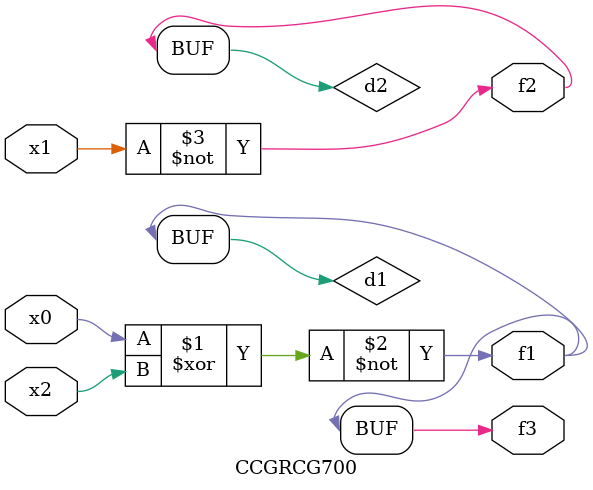
<source format=v>
module CCGRCG700(
	input x0, x1, x2,
	output f1, f2, f3
);

	wire d1, d2, d3;

	xnor (d1, x0, x2);
	nand (d2, x1);
	nor (d3, x1, x2);
	assign f1 = d1;
	assign f2 = d2;
	assign f3 = d1;
endmodule

</source>
